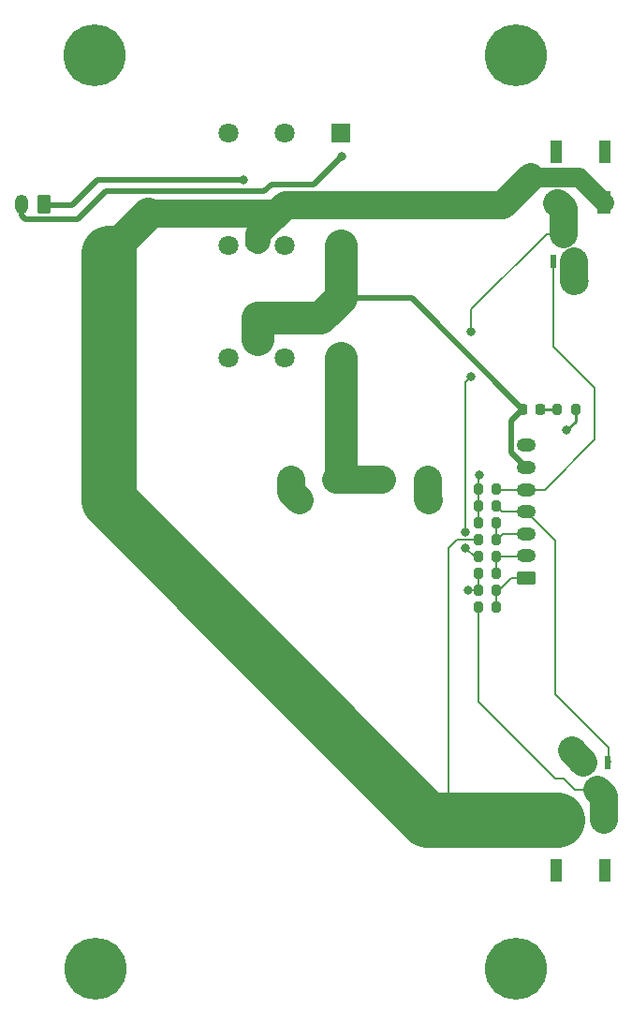
<source format=gbr>
%TF.GenerationSoftware,KiCad,Pcbnew,(6.0.7)*%
%TF.CreationDate,2023-03-08T10:43:33-05:00*%
%TF.ProjectId,CoreIO,436f7265-494f-42e6-9b69-6361645f7063,rev?*%
%TF.SameCoordinates,Original*%
%TF.FileFunction,Copper,L1,Top*%
%TF.FilePolarity,Positive*%
%FSLAX46Y46*%
G04 Gerber Fmt 4.6, Leading zero omitted, Abs format (unit mm)*
G04 Created by KiCad (PCBNEW (6.0.7)) date 2023-03-08 10:43:33*
%MOMM*%
%LPD*%
G01*
G04 APERTURE LIST*
G04 Aperture macros list*
%AMRoundRect*
0 Rectangle with rounded corners*
0 $1 Rounding radius*
0 $2 $3 $4 $5 $6 $7 $8 $9 X,Y pos of 4 corners*
0 Add a 4 corners polygon primitive as box body*
4,1,4,$2,$3,$4,$5,$6,$7,$8,$9,$2,$3,0*
0 Add four circle primitives for the rounded corners*
1,1,$1+$1,$2,$3*
1,1,$1+$1,$4,$5*
1,1,$1+$1,$6,$7*
1,1,$1+$1,$8,$9*
0 Add four rect primitives between the rounded corners*
20,1,$1+$1,$2,$3,$4,$5,0*
20,1,$1+$1,$4,$5,$6,$7,0*
20,1,$1+$1,$6,$7,$8,$9,0*
20,1,$1+$1,$8,$9,$2,$3,0*%
G04 Aperture macros list end*
%TA.AperFunction,SMDPad,CuDef*%
%ADD10RoundRect,0.200000X0.200000X0.275000X-0.200000X0.275000X-0.200000X-0.275000X0.200000X-0.275000X0*%
%TD*%
%TA.AperFunction,SMDPad,CuDef*%
%ADD11RoundRect,0.088500X0.206500X-0.516500X0.206500X0.516500X-0.206500X0.516500X-0.206500X-0.516500X0*%
%TD*%
%TA.AperFunction,ComponentPad*%
%ADD12C,3.600000*%
%TD*%
%TA.AperFunction,ConnectorPad*%
%ADD13C,5.600000*%
%TD*%
%TA.AperFunction,ComponentPad*%
%ADD14RoundRect,0.250000X0.350000X0.625000X-0.350000X0.625000X-0.350000X-0.625000X0.350000X-0.625000X0*%
%TD*%
%TA.AperFunction,ComponentPad*%
%ADD15O,1.200000X1.750000*%
%TD*%
%TA.AperFunction,SMDPad,CuDef*%
%ADD16RoundRect,0.218750X0.218750X0.256250X-0.218750X0.256250X-0.218750X-0.256250X0.218750X-0.256250X0*%
%TD*%
%TA.AperFunction,ComponentPad*%
%ADD17R,1.800000X1.800000*%
%TD*%
%TA.AperFunction,ComponentPad*%
%ADD18C,1.800000*%
%TD*%
%TA.AperFunction,SMDPad,CuDef*%
%ADD19RoundRect,0.200000X-0.200000X-0.275000X0.200000X-0.275000X0.200000X0.275000X-0.200000X0.275000X0*%
%TD*%
%TA.AperFunction,SMDPad,CuDef*%
%ADD20R,1.000000X2.000000*%
%TD*%
%TA.AperFunction,SMDPad,CuDef*%
%ADD21R,1.300000X2.100000*%
%TD*%
%TA.AperFunction,ComponentPad*%
%ADD22RoundRect,0.250000X0.625000X-0.350000X0.625000X0.350000X-0.625000X0.350000X-0.625000X-0.350000X0*%
%TD*%
%TA.AperFunction,ComponentPad*%
%ADD23O,1.750000X1.200000*%
%TD*%
%TA.AperFunction,SMDPad,CuDef*%
%ADD24RoundRect,0.088500X-0.206500X0.516500X-0.206500X-0.516500X0.206500X-0.516500X0.206500X0.516500X0*%
%TD*%
%TA.AperFunction,SMDPad,CuDef*%
%ADD25R,1.800000X1.700000*%
%TD*%
%TA.AperFunction,ViaPad*%
%ADD26C,2.500000*%
%TD*%
%TA.AperFunction,ViaPad*%
%ADD27C,0.800000*%
%TD*%
%TA.AperFunction,ViaPad*%
%ADD28C,2.300000*%
%TD*%
%TA.AperFunction,Conductor*%
%ADD29C,0.508000*%
%TD*%
%TA.AperFunction,Conductor*%
%ADD30C,0.203200*%
%TD*%
%TA.AperFunction,Conductor*%
%ADD31C,3.000000*%
%TD*%
%TA.AperFunction,Conductor*%
%ADD32C,2.500000*%
%TD*%
%TA.AperFunction,Conductor*%
%ADD33C,0.250000*%
%TD*%
%TA.AperFunction,Conductor*%
%ADD34C,1.800000*%
%TD*%
%TA.AperFunction,Conductor*%
%ADD35C,5.000000*%
%TD*%
%TA.AperFunction,Conductor*%
%ADD36C,2.300000*%
%TD*%
G04 APERTURE END LIST*
D10*
%TO.P,R8,1*%
%TO.N,/CONT 1*%
X165100000Y-100584000D03*
%TO.P,R8,2*%
%TO.N,GND*%
X163450000Y-100584000D03*
%TD*%
D11*
%TO.P,Q2,1*%
%TO.N,/PYRO 1*%
X170246000Y-72375000D03*
%TO.P,Q2,2*%
%TO.N,GND*%
X172146000Y-72375000D03*
%TO.P,Q2,3*%
%TO.N,Net-(J3-Pad2)*%
X171196000Y-69865000D03*
%TD*%
D12*
%TO.P,H4,1*%
%TO.N,N/C*%
X128821044Y-136276378D03*
D13*
X128821044Y-136276378D03*
%TD*%
D14*
%TO.P,J2,1,Pin_1*%
%TO.N,Net-(J2-Pad1)*%
X124190000Y-67220000D03*
D15*
%TO.P,J2,2,Pin_2*%
%TO.N,Net-(J2-Pad2)*%
X122190000Y-67220000D03*
%TD*%
D16*
%TO.P,D1,1,K*%
%TO.N,Net-(D1-Pad1)*%
X169076105Y-85725000D03*
%TO.P,D1,2,A*%
%TO.N,/V_BATT*%
X167501105Y-85725000D03*
%TD*%
D17*
%TO.P,S1,1*%
%TO.N,/SWITCH1*%
X151023176Y-81059176D03*
D18*
%TO.P,S1,2*%
%TO.N,Net-(JP1-Pad1)*%
X145943176Y-81059176D03*
%TO.P,S1,3*%
%TO.N,Net-(JP1-Pad3)*%
X140863176Y-81059176D03*
%TD*%
D10*
%TO.P,R6,1*%
%TO.N,/PYRO 1*%
X165100000Y-92964000D03*
%TO.P,R6,2*%
%TO.N,GND*%
X163450000Y-92964000D03*
%TD*%
D19*
%TO.P,R10,1*%
%TO.N,Net-(J4-Pad2)*%
X163450000Y-103632000D03*
%TO.P,R10,2*%
%TO.N,/CONT 2*%
X165100000Y-103632000D03*
%TD*%
D20*
%TO.P,J3,*%
%TO.N,*%
X174920000Y-62470000D03*
X170520000Y-62470000D03*
D21*
%TO.P,J3,1,Pin_1*%
%TO.N,/V_IGNITOR*%
X174820000Y-67070000D03*
%TO.P,J3,2,Pin_2*%
%TO.N,Net-(J3-Pad2)*%
X170620000Y-67070000D03*
%TD*%
D22*
%TO.P,J1,1,Pin_1*%
%TO.N,/CONT 2*%
X167780605Y-100981317D03*
D23*
%TO.P,J1,2,Pin_2*%
%TO.N,/CONT 1*%
X167780605Y-98981317D03*
%TO.P,J1,3,Pin_3*%
%TO.N,/ARM*%
X167780605Y-96981317D03*
%TO.P,J1,4,Pin_4*%
%TO.N,/PYRO 2*%
X167780605Y-94981317D03*
%TO.P,J1,5,Pin_5*%
%TO.N,/PYRO 1*%
X167780605Y-92981317D03*
%TO.P,J1,6,Pin_6*%
%TO.N,/V_BATT*%
X167780605Y-90981317D03*
%TO.P,J1,7,Pin_7*%
%TO.N,GND*%
X167780605Y-88981317D03*
%TD*%
D17*
%TO.P,S2,1*%
%TO.N,/V_BATT*%
X151023058Y-70888941D03*
D18*
%TO.P,S2,2*%
%TO.N,Net-(JP2-Pad1)*%
X145943058Y-70888941D03*
%TO.P,S2,3*%
%TO.N,Net-(JP2-Pad3)*%
X140863058Y-70888941D03*
%TD*%
D12*
%TO.P,H3,1*%
%TO.N,N/C*%
X166909025Y-53739054D03*
D13*
X166909025Y-53739054D03*
%TD*%
D20*
%TO.P,J4,*%
%TO.N,*%
X174920000Y-127395000D03*
X170520000Y-127395000D03*
D21*
%TO.P,J4,1,Pin_1*%
%TO.N,/V_IGNITOR*%
X170620000Y-122795000D03*
%TO.P,J4,2,Pin_2*%
%TO.N,Net-(J4-Pad2)*%
X174820000Y-122795000D03*
%TD*%
D10*
%TO.P,R11,1*%
%TO.N,/CONT 2*%
X165100000Y-102108000D03*
%TO.P,R11,2*%
%TO.N,GND*%
X163450000Y-102108000D03*
%TD*%
%TO.P,R1,1*%
%TO.N,GND*%
X172275000Y-85741317D03*
%TO.P,R1,2*%
%TO.N,Net-(D1-Pad1)*%
X170625000Y-85741317D03*
%TD*%
%TO.P,R2,1*%
%TO.N,/ARM*%
X165108366Y-97533898D03*
%TO.P,R2,2*%
%TO.N,/V_IGNITOR*%
X163458366Y-97533898D03*
%TD*%
D24*
%TO.P,Q1,1*%
%TO.N,/PYRO 2*%
X175194000Y-117617000D03*
%TO.P,Q1,2*%
%TO.N,GND*%
X173294000Y-117617000D03*
%TO.P,Q1,3*%
%TO.N,Net-(J4-Pad2)*%
X174244000Y-120127000D03*
%TD*%
D19*
%TO.P,R5,1*%
%TO.N,GND*%
X163450000Y-96012000D03*
%TO.P,R5,2*%
%TO.N,/ARM*%
X165100000Y-96012000D03*
%TD*%
D12*
%TO.P,H2,1*%
%TO.N,N/C*%
X166902698Y-136268782D03*
D13*
X166902698Y-136268782D03*
%TD*%
D10*
%TO.P,R9,1*%
%TO.N,/PYRO 2*%
X165100000Y-94488000D03*
%TO.P,R9,2*%
%TO.N,GND*%
X163450000Y-94488000D03*
%TD*%
D17*
%TO.P,S3,1*%
%TO.N,Net-(J2-Pad2)*%
X151059176Y-60762470D03*
D18*
%TO.P,S3,2*%
%TO.N,Net-(JP3-Pad1)*%
X145979176Y-60762470D03*
%TO.P,S3,3*%
%TO.N,Net-(JP3-Pad3)*%
X140899176Y-60762470D03*
%TD*%
D25*
%TO.P,D2,A*%
%TO.N,Net-(BT1-Pad1)*%
X146540000Y-92075000D03*
%TO.P,D2,C*%
%TO.N,/SWITCH1*%
X150640000Y-92075000D03*
%TD*%
D19*
%TO.P,R7,1*%
%TO.N,Net-(J3-Pad2)*%
X163450000Y-99060000D03*
%TO.P,R7,2*%
%TO.N,/CONT 1*%
X165100000Y-99060000D03*
%TD*%
D12*
%TO.P,H1,1,1*%
%TO.N,GND*%
X128816000Y-53739054D03*
D13*
X128816000Y-53739054D03*
%TD*%
D25*
%TO.P,D3,A*%
%TO.N,Net-(BT2-Pad1)*%
X158895000Y-92075000D03*
%TO.P,D3,C*%
%TO.N,/SWITCH1*%
X154795000Y-92075000D03*
%TD*%
D26*
%TO.N,/V_BATT*%
X143510000Y-79375000D03*
%TO.N,GND*%
X171958000Y-116586000D03*
D27*
X171450000Y-87630000D03*
D26*
X172212000Y-74168000D03*
D27*
X162560000Y-102108000D03*
X163576000Y-91694000D03*
%TO.N,Net-(J3-Pad2)*%
X162814000Y-78740000D03*
X162306000Y-96832798D03*
X162306000Y-98234998D03*
X162814000Y-82804000D03*
%TO.N,Net-(J2-Pad2)*%
X151130000Y-62865000D03*
%TO.N,Net-(J2-Pad1)*%
X142240000Y-65024000D03*
D26*
%TO.N,Net-(BT1-Pad1)*%
X147320000Y-93980000D03*
%TO.N,Net-(BT2-Pad1)*%
X159004000Y-93980000D03*
D28*
%TO.N,/V_IGNITOR*%
X143510000Y-70485000D03*
%TD*%
D29*
%TO.N,/ARM*%
X165108366Y-96020366D02*
X165100000Y-96012000D01*
D30*
X165108366Y-97533898D02*
X165660947Y-96981317D01*
X165660947Y-96981317D02*
X167780605Y-96981317D01*
X165108366Y-97533898D02*
X165108366Y-96020366D01*
%TO.N,/CONT 2*%
X165354000Y-102108000D02*
X166480683Y-100981317D01*
X166480683Y-100981317D02*
X167780605Y-100981317D01*
X165100000Y-103632000D02*
X165100000Y-102108000D01*
X165100000Y-102108000D02*
X165354000Y-102108000D01*
%TO.N,/CONT 1*%
X165100000Y-99060000D02*
X167701922Y-99060000D01*
D29*
X167701922Y-99060000D02*
X167780605Y-98981317D01*
D30*
X164986775Y-98981317D02*
X164956928Y-99011164D01*
X165100000Y-100584000D02*
X165100000Y-99060000D01*
%TO.N,/PYRO 2*%
X165593317Y-94981317D02*
X165100000Y-94488000D01*
X167780605Y-94981317D02*
X170434000Y-97634712D01*
X170434000Y-111506000D02*
X175260000Y-116332000D01*
X175260000Y-116332000D02*
X175260000Y-117551000D01*
X167780605Y-94981317D02*
X165593317Y-94981317D01*
D29*
X175260000Y-117551000D02*
X175194000Y-117617000D01*
D30*
X170434000Y-97634712D02*
X170434000Y-111506000D01*
%TO.N,/PYRO 1*%
X169479644Y-92981317D02*
X167780605Y-92981317D01*
X165117317Y-92981317D02*
X165100000Y-92964000D01*
X173990000Y-83820000D02*
X173990000Y-88470961D01*
X170246000Y-80076000D02*
X173990000Y-83820000D01*
X173990000Y-88470961D02*
X169479644Y-92981317D01*
X170246000Y-72375000D02*
X170246000Y-80076000D01*
X167780605Y-92981317D02*
X165117317Y-92981317D01*
D29*
%TO.N,/V_BATT*%
X167501105Y-85725000D02*
X166451605Y-86774500D01*
D31*
X151023058Y-70888941D02*
X151023058Y-75671942D01*
X151023058Y-75671942D02*
X149225000Y-77470000D01*
D29*
X151023058Y-75671942D02*
X157448047Y-75671942D01*
X157448047Y-75671942D02*
X167501105Y-85725000D01*
X166451605Y-89652317D02*
X167780605Y-90981317D01*
D31*
X143510000Y-77470000D02*
X143510000Y-79375000D01*
D29*
X166451605Y-86774500D02*
X166451605Y-89652317D01*
D31*
X149225000Y-77470000D02*
X143510000Y-77470000D01*
D29*
%TO.N,GND*%
X172146000Y-74102000D02*
X172212000Y-74168000D01*
D30*
X163450000Y-94488000D02*
X163450000Y-92964000D01*
D29*
X173294000Y-117617000D02*
X172989000Y-117617000D01*
D30*
X163450000Y-96012000D02*
X163450000Y-94488000D01*
D32*
X172989000Y-117617000D02*
X171958000Y-116586000D01*
D33*
X172275000Y-86805000D02*
X171450000Y-87630000D01*
D32*
X172146000Y-72375000D02*
X172146000Y-74102000D01*
D30*
X163450000Y-102108000D02*
X162560000Y-102108000D01*
D33*
X172275000Y-85741317D02*
X172275000Y-86805000D01*
D30*
X163450000Y-102108000D02*
X163450000Y-100584000D01*
X163450000Y-91820000D02*
X163576000Y-91694000D01*
X163450000Y-92964000D02*
X163450000Y-91820000D01*
%TO.N,Net-(J3-Pad2)*%
X162814000Y-78740000D02*
X162814000Y-76708000D01*
X162814000Y-76708000D02*
X169657000Y-69865000D01*
X162306000Y-98234998D02*
X163131002Y-99060000D01*
X169657000Y-69865000D02*
X171196000Y-69865000D01*
D32*
X171196000Y-69865000D02*
X171196000Y-67646000D01*
D30*
X162306000Y-96832798D02*
X162306000Y-83312000D01*
X163131002Y-99060000D02*
X163450000Y-99060000D01*
X162306000Y-83312000D02*
X162814000Y-82804000D01*
D32*
X170670000Y-67120000D02*
X170620000Y-67120000D01*
X171196000Y-67646000D02*
X170670000Y-67120000D01*
%TO.N,/SWITCH1*%
X150640000Y-92075000D02*
X154795000Y-92075000D01*
D31*
X151023176Y-81059176D02*
X151023176Y-91691824D01*
D32*
X151023176Y-91691824D02*
X150640000Y-92075000D01*
D29*
%TO.N,Net-(J2-Pad2)*%
X122190000Y-68215000D02*
X122190000Y-67220000D01*
X144780000Y-65405000D02*
X144145000Y-66040000D01*
X127254000Y-68580000D02*
X122555000Y-68580000D01*
X151130000Y-62865000D02*
X148590000Y-65405000D01*
X144145000Y-66040000D02*
X129794000Y-66040000D01*
X129794000Y-66040000D02*
X127254000Y-68580000D01*
X148590000Y-65405000D02*
X144780000Y-65405000D01*
X122555000Y-68580000D02*
X122190000Y-68215000D01*
%TO.N,Net-(J2-Pad1)*%
X124280000Y-67310000D02*
X124190000Y-67220000D01*
X126746000Y-67310000D02*
X124280000Y-67310000D01*
X142240000Y-65024000D02*
X129032000Y-65024000D01*
X129032000Y-65024000D02*
X126746000Y-67310000D01*
D32*
%TO.N,Net-(BT1-Pad1)*%
X146540000Y-93200000D02*
X147320000Y-93980000D01*
X146540000Y-92075000D02*
X146540000Y-93200000D01*
%TO.N,Net-(BT2-Pad1)*%
X158895000Y-92075000D02*
X158895000Y-93871000D01*
X158895000Y-93871000D02*
X159004000Y-93980000D01*
D33*
%TO.N,Net-(D1-Pad1)*%
X169076105Y-85725000D02*
X170608683Y-85725000D01*
X170608683Y-85725000D02*
X170625000Y-85741317D01*
D34*
%TO.N,/V_IGNITOR*%
X172520000Y-64770000D02*
X168275000Y-64770000D01*
D32*
X144674000Y-68072000D02*
X144981000Y-68379000D01*
X133604000Y-68072000D02*
X144674000Y-68072000D01*
D35*
X130048000Y-93980000D02*
X158863000Y-122795000D01*
D34*
X174820000Y-67070000D02*
X172520000Y-64770000D01*
D30*
X160782000Y-120876000D02*
X160782000Y-98298000D01*
D32*
X165735000Y-67310000D02*
X146050000Y-67310000D01*
D30*
X161546102Y-97533898D02*
X163458366Y-97533898D01*
D35*
X158863000Y-122795000D02*
X170620000Y-122795000D01*
X130048000Y-71628000D02*
X130048000Y-93980000D01*
D30*
X160782000Y-98298000D02*
X161546102Y-97533898D01*
X158863000Y-122795000D02*
X160782000Y-120876000D01*
D32*
X168275000Y-64770000D02*
X165735000Y-67310000D01*
D31*
X130048000Y-71628000D02*
X133604000Y-68072000D01*
D36*
X146050000Y-67310000D02*
X143510000Y-69850000D01*
D32*
X144981000Y-68379000D02*
X146050000Y-67310000D01*
D36*
X143510000Y-69850000D02*
X143510000Y-70485000D01*
D30*
%TO.N,Net-(J4-Pad2)*%
X163450000Y-112142000D02*
X163450000Y-103632000D01*
X170434000Y-119126000D02*
X163450000Y-112142000D01*
D32*
X174820000Y-122795000D02*
X174820000Y-120703000D01*
X174820000Y-120703000D02*
X174244000Y-120127000D01*
D30*
X172197000Y-120127000D02*
X174244000Y-120127000D01*
X171196000Y-119126000D02*
X172197000Y-120127000D01*
X170434000Y-119126000D02*
X171196000Y-119126000D01*
%TD*%
M02*

</source>
